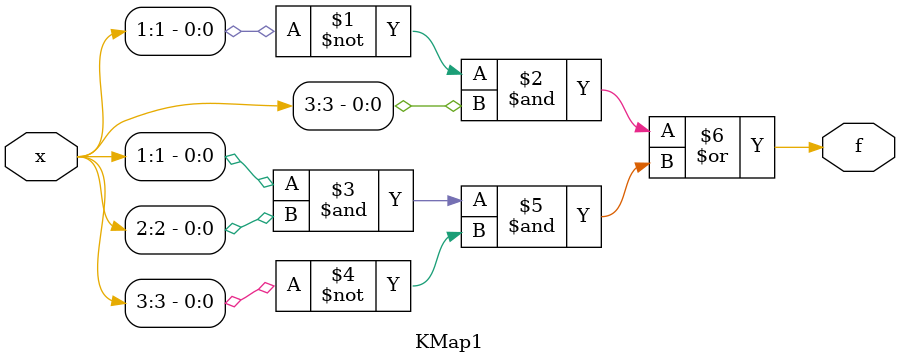
<source format=v>
module KMap1 (
    input [4:1] x, 
    output f
);
    /* 
    x3x4\x1x2 00 01 11 10
    ---------------------
    00        d  0  d  d
    01        0  d  1  0
    11        1  1  d  d
    10        1  1  0  0
    */

    assign f = (~x[1] & x[3]) | (x[1] & x[2] & ~x[3]);
endmodule
</source>
